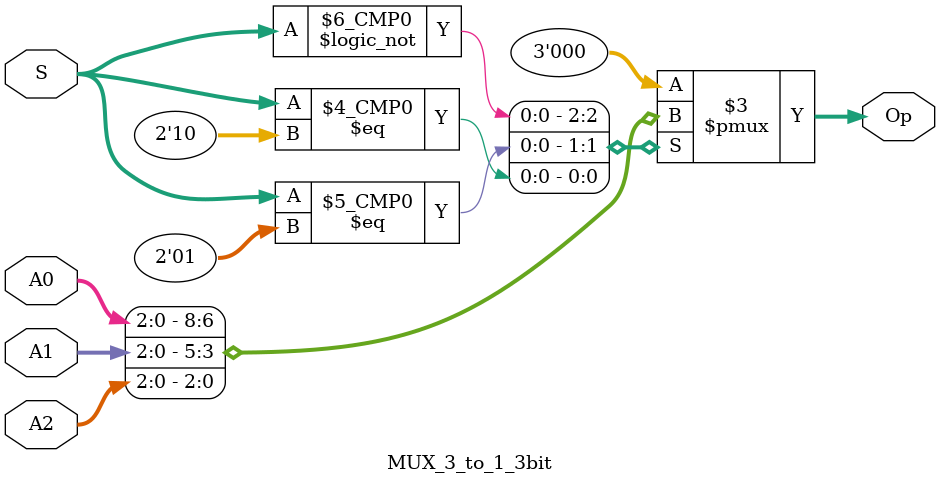
<source format=v>
`timescale 1ns / 1ps


module MUX_3_to_1_3bit (
    input wire [2:0] A0,  // 3-bit input A0
    input wire [2:0] A1,  // 3-bit input A1
    input wire [2:0] A2,  // 3-bit input A2
    input wire [1:0] S,   // 2-bit select input
    output reg [2:0] Op   // 3-bit output
);

    always @(*) begin
        case (S)
            2'b00: Op = A0;   // Select A0 when S is "00"
            2'b01: Op = A1;   // Select A1 when S is "01"
            2'b10: Op = A2;   // Select A2 when S is "10"
            default: Op = 3'b000;  // Default case: output 000
        endcase
    end

endmodule


</source>
